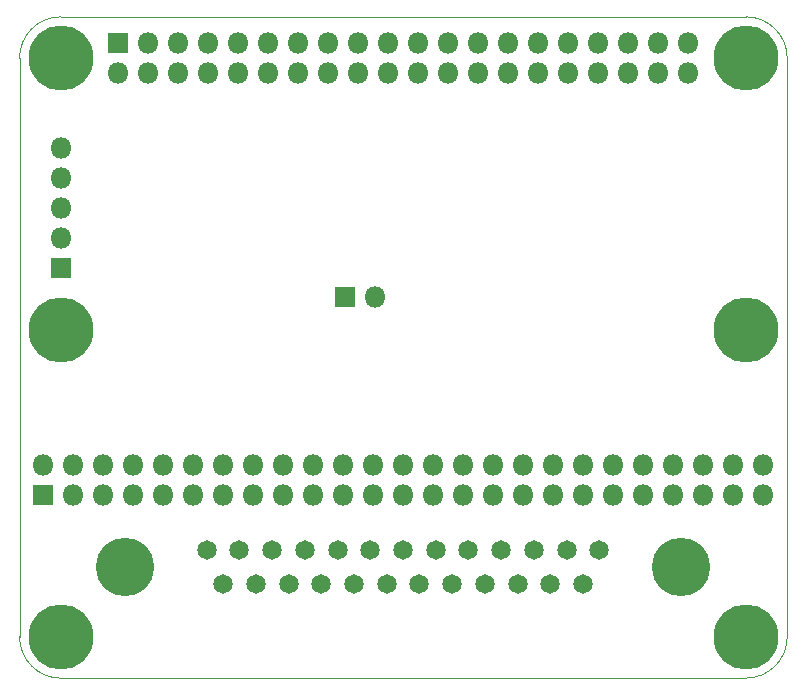
<source format=gbr>
%TF.GenerationSoftware,KiCad,Pcbnew,(5.1.4)-1*%
%TF.CreationDate,2020-08-01T17:07:42-05:00*%
%TF.ProjectId,rascsi_2p1,72617363-7369-45f3-9270-312e6b696361,rev?*%
%TF.SameCoordinates,Original*%
%TF.FileFunction,Soldermask,Bot*%
%TF.FilePolarity,Negative*%
%FSLAX46Y46*%
G04 Gerber Fmt 4.6, Leading zero omitted, Abs format (unit mm)*
G04 Created by KiCad (PCBNEW (5.1.4)-1) date 2020-08-01 17:07:42*
%MOMM*%
%LPD*%
G04 APERTURE LIST*
%ADD10C,0.050000*%
%ADD11C,4.945000*%
%ADD12C,1.645000*%
%ADD13O,1.800000X1.800000*%
%ADD14R,1.800000X1.800000*%
%ADD15C,0.900000*%
%ADD16C,5.500000*%
G04 APERTURE END LIST*
D10*
X178000000Y-98496000D02*
X236000000Y-98496000D01*
X178000000Y-98496000D02*
G75*
G02X174500000Y-94996000I0J3500000D01*
G01*
X239500000Y-94996000D02*
G75*
G02X236000000Y-98496000I-3500000J0D01*
G01*
X174500000Y-46000000D02*
X174500000Y-94996000D01*
X239500000Y-46000000D02*
X239500000Y-94996000D01*
X178000000Y-42500000D02*
X236000000Y-42500000D01*
X174500000Y-46000000D02*
G75*
G02X178000000Y-42500000I3500000J0D01*
G01*
X236000000Y-42500000D02*
G75*
G02X239500000Y-46000000I0J-3500000D01*
G01*
D11*
%TO.C,J5*%
X230491500Y-89090500D03*
X183451500Y-89090500D03*
D12*
X222206500Y-90510500D03*
X219436500Y-90510500D03*
X216666500Y-90510500D03*
X213896500Y-90510500D03*
X211126500Y-90510500D03*
X208356500Y-90510500D03*
X205586500Y-90510500D03*
X202816500Y-90510500D03*
X200046500Y-90510500D03*
X197276500Y-90510500D03*
X194506500Y-90510500D03*
X191736500Y-90510500D03*
X223591500Y-87670500D03*
X220821500Y-87670500D03*
X218051500Y-87670500D03*
X215281500Y-87670500D03*
X212511500Y-87670500D03*
X209741500Y-87670500D03*
X206971500Y-87670500D03*
X204201500Y-87670500D03*
X201431500Y-87670500D03*
X198661500Y-87670500D03*
X195891500Y-87670500D03*
X193121500Y-87670500D03*
X190351500Y-87670500D03*
%TD*%
D13*
%TO.C,J3*%
X237426500Y-80454500D03*
X237426500Y-82994500D03*
X234886500Y-80454500D03*
X234886500Y-82994500D03*
X232346500Y-80454500D03*
X232346500Y-82994500D03*
X229806500Y-80454500D03*
X229806500Y-82994500D03*
X227266500Y-80454500D03*
X227266500Y-82994500D03*
X224726500Y-80454500D03*
X224726500Y-82994500D03*
X222186500Y-80454500D03*
X222186500Y-82994500D03*
X219646500Y-80454500D03*
X219646500Y-82994500D03*
X217106500Y-80454500D03*
X217106500Y-82994500D03*
X214566500Y-80454500D03*
X214566500Y-82994500D03*
X212026500Y-80454500D03*
X212026500Y-82994500D03*
X209486500Y-80454500D03*
X209486500Y-82994500D03*
X206946500Y-80454500D03*
X206946500Y-82994500D03*
X204406500Y-80454500D03*
X204406500Y-82994500D03*
X201866500Y-80454500D03*
X201866500Y-82994500D03*
X199326500Y-80454500D03*
X199326500Y-82994500D03*
X196786500Y-80454500D03*
X196786500Y-82994500D03*
X194246500Y-80454500D03*
X194246500Y-82994500D03*
X191706500Y-80454500D03*
X191706500Y-82994500D03*
X189166500Y-80454500D03*
X189166500Y-82994500D03*
X186626500Y-80454500D03*
X186626500Y-82994500D03*
X184086500Y-80454500D03*
X184086500Y-82994500D03*
X181546500Y-80454500D03*
X181546500Y-82994500D03*
X179006500Y-80454500D03*
X179006500Y-82994500D03*
X176466500Y-80454500D03*
D14*
X176466500Y-82994500D03*
%TD*%
D13*
%TO.C,J2*%
X204597000Y-66230500D03*
D14*
X202057000Y-66230500D03*
%TD*%
D13*
%TO.C,J1*%
X231140000Y-47270000D03*
X231140000Y-44730000D03*
X228600000Y-47270000D03*
X228600000Y-44730000D03*
X226060000Y-47270000D03*
X226060000Y-44730000D03*
X223520000Y-47270000D03*
X223520000Y-44730000D03*
X220980000Y-47270000D03*
X220980000Y-44730000D03*
X218440000Y-47270000D03*
X218440000Y-44730000D03*
X215900000Y-47270000D03*
X215900000Y-44730000D03*
X213360000Y-47270000D03*
X213360000Y-44730000D03*
X210820000Y-47270000D03*
X210820000Y-44730000D03*
X208280000Y-47270000D03*
X208280000Y-44730000D03*
X205740000Y-47270000D03*
X205740000Y-44730000D03*
X203200000Y-47270000D03*
X203200000Y-44730000D03*
X200660000Y-47270000D03*
X200660000Y-44730000D03*
X198120000Y-47270000D03*
X198120000Y-44730000D03*
X195580000Y-47270000D03*
X195580000Y-44730000D03*
X193040000Y-47270000D03*
X193040000Y-44730000D03*
X190500000Y-47270000D03*
X190500000Y-44730000D03*
X187960000Y-47270000D03*
X187960000Y-44730000D03*
X185420000Y-47270000D03*
X185420000Y-44730000D03*
X182880000Y-47270000D03*
D14*
X182880000Y-44730000D03*
%TD*%
D15*
%TO.C,H2*%
X237431891Y-44568109D03*
X236000000Y-43975000D03*
X234568109Y-44568109D03*
X233975000Y-46000000D03*
X234568109Y-47431891D03*
X236000000Y-48025000D03*
X237431891Y-47431891D03*
X238025000Y-46000000D03*
D16*
X236000000Y-46000000D03*
%TD*%
D15*
%TO.C,H1*%
X179431891Y-44568109D03*
X178000000Y-43975000D03*
X176568109Y-44568109D03*
X175975000Y-46000000D03*
X176568109Y-47431891D03*
X178000000Y-48025000D03*
X179431891Y-47431891D03*
X180025000Y-46000000D03*
D16*
X178000000Y-46000000D03*
%TD*%
D13*
%TO.C,J4*%
X178010000Y-53620000D03*
X178010000Y-56160000D03*
X178010000Y-58700000D03*
X178010000Y-61240000D03*
D14*
X178010000Y-63780000D03*
%TD*%
D15*
%TO.C,H6*%
X237431891Y-93568109D03*
X236000000Y-92975000D03*
X234568109Y-93568109D03*
X233975000Y-95000000D03*
X234568109Y-96431891D03*
X236000000Y-97025000D03*
X237431891Y-96431891D03*
X238025000Y-95000000D03*
D16*
X236000000Y-95000000D03*
%TD*%
D15*
%TO.C,H5*%
X179431891Y-93568109D03*
X178000000Y-92975000D03*
X176568109Y-93568109D03*
X175975000Y-95000000D03*
X176568109Y-96431891D03*
X178000000Y-97025000D03*
X179431891Y-96431891D03*
X180025000Y-95000000D03*
D16*
X178000000Y-95000000D03*
%TD*%
D15*
%TO.C,H4*%
X237431891Y-67568109D03*
X236000000Y-66975000D03*
X234568109Y-67568109D03*
X233975000Y-69000000D03*
X234568109Y-70431891D03*
X236000000Y-71025000D03*
X237431891Y-70431891D03*
X238025000Y-69000000D03*
D16*
X236000000Y-69000000D03*
%TD*%
D15*
%TO.C,H3*%
X179431891Y-67568109D03*
X178000000Y-66975000D03*
X176568109Y-67568109D03*
X175975000Y-69000000D03*
X176568109Y-70431891D03*
X178000000Y-71025000D03*
X179431891Y-70431891D03*
X180025000Y-69000000D03*
D16*
X178000000Y-69000000D03*
%TD*%
M02*

</source>
